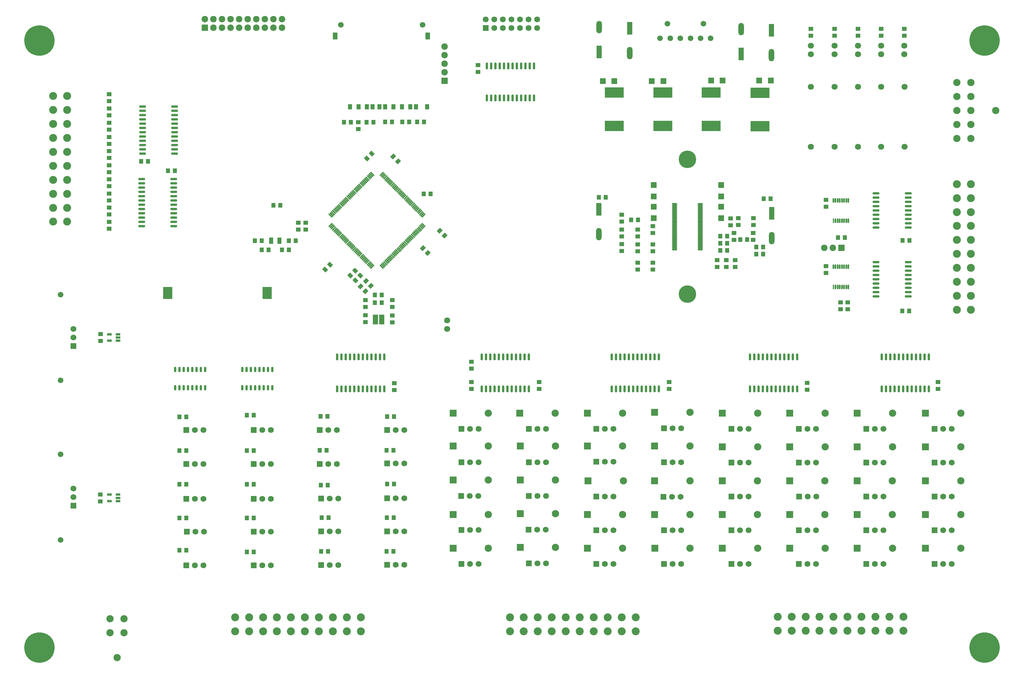
<source format=gbr>
%TF.GenerationSoftware,Altium Limited,Altium Designer,18.0.11 (651)*%
G04 Layer_Color=8388736*
%FSLAX26Y26*%
%MOIN*%
%TF.FileFunction,Soldermask,Top*%
%TF.Part,Single*%
G01*
G75*
%TA.AperFunction,SMDPad,CuDef*%
%ADD94R,0.045906X0.055906*%
%TA.AperFunction,ComponentPad*%
%ADD95C,0.067906*%
%ADD96R,0.067906X0.067906*%
%ADD97R,0.084646X0.084646*%
%ADD98C,0.084646*%
%ADD99R,0.068898X0.068898*%
%ADD100C,0.068898*%
%ADD101C,0.065906*%
%TA.AperFunction,ViaPad*%
%ADD102C,0.065906*%
%TA.AperFunction,ComponentPad*%
%ADD103C,0.075906*%
%ADD104R,0.075906X0.075906*%
%ADD105R,0.068898X0.068898*%
%ADD106C,0.070866*%
%ADD107C,0.070906*%
%TA.AperFunction,ViaPad*%
%ADD108C,0.204725*%
%ADD109C,0.354331*%
%TA.AperFunction,ComponentPad*%
%ADD110R,0.075906X0.075906*%
%ADD111C,0.092520*%
%ADD112C,0.005906*%
%TA.AperFunction,SMDPad,CuDef*%
%ADD130O,0.061024X0.017717*%
%ADD131O,0.029528X0.080709*%
%ADD132R,0.055906X0.045906*%
%ADD133R,0.055906X0.025906*%
G04:AMPARAMS|DCode=134|XSize=45.906mil|YSize=55.906mil|CornerRadius=0mil|HoleSize=0mil|Usage=FLASHONLY|Rotation=45.000|XOffset=0mil|YOffset=0mil|HoleType=Round|Shape=Rectangle|*
%AMROTATEDRECTD134*
4,1,4,0.003535,-0.035996,-0.035996,0.003535,-0.003535,0.035996,0.035996,-0.003535,0.003535,-0.035996,0.0*
%
%ADD134ROTATEDRECTD134*%

%ADD135R,0.108268X0.143701*%
%ADD136R,0.065906X0.065906*%
%ADD137R,0.065906X0.065906*%
%ADD138R,0.218504X0.120079*%
%ADD139R,0.064961X0.145906*%
%ADD140O,0.064961X0.145906*%
%ADD141R,0.064961X0.112205*%
%ADD142R,0.045276X0.076772*%
%ADD143O,0.080709X0.029528*%
%ADD144O,0.029528X0.062992*%
%ADD145R,0.045276X0.064961*%
%ADD146R,0.053150X0.084646*%
G04:AMPARAMS|DCode=147|XSize=45.906mil|YSize=55.906mil|CornerRadius=0mil|HoleSize=0mil|Usage=FLASHONLY|Rotation=315.000|XOffset=0mil|YOffset=0mil|HoleType=Round|Shape=Rectangle|*
%AMROTATEDRECTD147*
4,1,4,-0.035996,-0.003535,0.003535,0.035996,0.035996,0.003535,-0.003535,-0.035996,-0.035996,-0.003535,0.0*
%
%ADD147ROTATEDRECTD147*%

%ADD148O,0.017906X0.055906*%
%ADD149R,0.017906X0.055906*%
G04:AMPARAMS|DCode=150|XSize=17.717mil|YSize=62.992mil|CornerRadius=0mil|HoleSize=0mil|Usage=FLASHONLY|Rotation=45.000|XOffset=0mil|YOffset=0mil|HoleType=Round|Shape=Round|*
%AMOVALD150*
21,1,0.045276,0.017717,0.000000,0.000000,135.0*
1,1,0.017717,0.016007,-0.016007*
1,1,0.017717,-0.016007,0.016007*
%
%ADD150OVALD150*%

G04:AMPARAMS|DCode=151|XSize=17.717mil|YSize=62.992mil|CornerRadius=0mil|HoleSize=0mil|Usage=FLASHONLY|Rotation=135.000|XOffset=0mil|YOffset=0mil|HoleType=Round|Shape=Round|*
%AMOVALD151*
21,1,0.045276,0.017717,0.000000,0.000000,225.0*
1,1,0.017717,0.016007,0.016007*
1,1,0.017717,-0.016007,-0.016007*
%
%ADD151OVALD151*%

D94*
X3674095Y2291339D02*
D03*
X3754095D02*
D03*
X3679843Y1516929D02*
D03*
X3759843D02*
D03*
X4441902D02*
D03*
X4521902D02*
D03*
X4444213Y1910630D02*
D03*
X4524213D02*
D03*
X4448819Y2304134D02*
D03*
X4528819D02*
D03*
X4441902Y2698032D02*
D03*
X4521902D02*
D03*
X4448819Y3091732D02*
D03*
X4528819D02*
D03*
X3661417Y2698032D02*
D03*
X3741417D02*
D03*
X3673228Y3095669D02*
D03*
X3753228D02*
D03*
X2892835Y1511811D02*
D03*
X2812835D02*
D03*
X2892991Y1906299D02*
D03*
X2812991D02*
D03*
X2891535Y2300000D02*
D03*
X2811535D02*
D03*
X2892991Y2693701D02*
D03*
X2812991D02*
D03*
X2892991Y3107087D02*
D03*
X2812991D02*
D03*
X2105590Y1532283D02*
D03*
X2025590D02*
D03*
X2105590Y1906299D02*
D03*
X2025590D02*
D03*
X2105590Y2300000D02*
D03*
X2025590D02*
D03*
X2105590Y2693701D02*
D03*
X2025590D02*
D03*
X2104330Y3087401D02*
D03*
X2024330D02*
D03*
X3765039Y1909449D02*
D03*
X3685039D02*
D03*
X3121772Y5558071D02*
D03*
X3201772D02*
D03*
X9789528Y5181496D02*
D03*
X9709528D02*
D03*
X3065530Y5037338D02*
D03*
X2985530D02*
D03*
X3221593Y5037337D02*
D03*
X3301593D02*
D03*
X8415512Y5115158D02*
D03*
X8335512D02*
D03*
X8415512Y5032480D02*
D03*
X8335512D02*
D03*
X4209661Y6527862D02*
D03*
X4289661D02*
D03*
X4704740Y6529831D02*
D03*
X4624740D02*
D03*
X4800212D02*
D03*
X4880212D02*
D03*
X4024780Y6527862D02*
D03*
X3944780D02*
D03*
X10540472Y5146654D02*
D03*
X10460472D02*
D03*
X10540354Y4322835D02*
D03*
X10460354D02*
D03*
X1973425Y5962598D02*
D03*
X1893425D02*
D03*
X2986634Y5145606D02*
D03*
X2906634D02*
D03*
X3300491Y5145605D02*
D03*
X3380491D02*
D03*
X4305848Y4419652D02*
D03*
X4385848D02*
D03*
X4385945Y4511811D02*
D03*
X4305945D02*
D03*
X1578622Y6070866D02*
D03*
X1658622D02*
D03*
X8335512Y5197835D02*
D03*
X8415512D02*
D03*
X4876850Y5690945D02*
D03*
X4956850D02*
D03*
X8753819Y4989173D02*
D03*
X8833819D02*
D03*
X7297047Y5386811D02*
D03*
X7377047D02*
D03*
X8753819Y5071850D02*
D03*
X8833819D02*
D03*
X8647756Y5158465D02*
D03*
X8567756D02*
D03*
X8921260Y5635827D02*
D03*
X8841260D02*
D03*
X6919173Y5652559D02*
D03*
X6999173D02*
D03*
X4505039Y6529528D02*
D03*
X4425039D02*
D03*
D95*
X5697244Y7628346D02*
D03*
X5797244D02*
D03*
X5697244Y7728346D02*
D03*
X6197244Y7628346D02*
D03*
Y7728346D02*
D03*
X6097244Y7628346D02*
D03*
Y7728346D02*
D03*
X5997244Y7628346D02*
D03*
Y7728346D02*
D03*
X5897244Y7628346D02*
D03*
Y7728346D02*
D03*
X5797244D02*
D03*
X5597244D02*
D03*
D96*
Y7628346D02*
D03*
D97*
X10729134Y1555118D02*
D03*
Y1948819D02*
D03*
Y2342520D02*
D03*
Y2736220D02*
D03*
Y3129921D02*
D03*
X9933465Y1555118D02*
D03*
X9931890Y1948819D02*
D03*
Y2342520D02*
D03*
X9933465Y2736220D02*
D03*
Y3129921D02*
D03*
X9146063Y1555118D02*
D03*
X9144488Y1948819D02*
D03*
Y2342520D02*
D03*
X9146063Y2736220D02*
D03*
Y3129921D02*
D03*
X8358661Y1555118D02*
D03*
X8357087Y1948819D02*
D03*
Y2342520D02*
D03*
X8358661Y2736220D02*
D03*
Y3129921D02*
D03*
X7571260Y1555118D02*
D03*
X7569685Y1948819D02*
D03*
Y2342520D02*
D03*
Y2746063D02*
D03*
Y3139764D02*
D03*
X6783858Y1555118D02*
D03*
Y1948819D02*
D03*
X6792126Y2342520D02*
D03*
X6783858Y2746063D02*
D03*
Y3129921D02*
D03*
X6000787Y1564961D02*
D03*
Y1958661D02*
D03*
Y2352362D02*
D03*
Y2746063D02*
D03*
X5996457Y3129921D02*
D03*
X5217323Y1555118D02*
D03*
Y1948819D02*
D03*
Y2352362D02*
D03*
Y2746063D02*
D03*
Y3129921D02*
D03*
D98*
X11140945Y1555118D02*
D03*
Y1948819D02*
D03*
Y2342520D02*
D03*
Y2736220D02*
D03*
Y3129921D02*
D03*
X10345276Y1555118D02*
D03*
X10343701Y1948819D02*
D03*
Y2342520D02*
D03*
X10345276Y2736220D02*
D03*
Y3129921D02*
D03*
X9557874Y1555118D02*
D03*
X9556299Y1948819D02*
D03*
Y2342520D02*
D03*
X9557874Y2736220D02*
D03*
Y3129921D02*
D03*
X8770472Y1555118D02*
D03*
X8768898Y1948819D02*
D03*
Y2342520D02*
D03*
X8770472Y2736220D02*
D03*
Y3129921D02*
D03*
X7983071Y1555118D02*
D03*
X7981496Y1948819D02*
D03*
Y2342520D02*
D03*
Y2746063D02*
D03*
Y3139764D02*
D03*
X7195669Y1555118D02*
D03*
Y1948819D02*
D03*
X7203937Y2342520D02*
D03*
X7195669Y2746063D02*
D03*
Y3129921D02*
D03*
X6412598Y1564961D02*
D03*
Y1958661D02*
D03*
Y2352362D02*
D03*
Y2746063D02*
D03*
X6408268Y3129921D02*
D03*
X5629134Y1555118D02*
D03*
Y1948819D02*
D03*
Y2352362D02*
D03*
Y2746063D02*
D03*
Y3129921D02*
D03*
X11548819Y6664567D02*
D03*
X11259843Y6990551D02*
D03*
Y6827559D02*
D03*
Y6664567D02*
D03*
Y6501575D02*
D03*
Y6338583D02*
D03*
X11096850D02*
D03*
Y6990551D02*
D03*
Y6827559D02*
D03*
Y6664567D02*
D03*
Y6501575D02*
D03*
X1214961Y730693D02*
D03*
X1377953D02*
D03*
Y567701D02*
D03*
X1214961D02*
D03*
X1298425Y278724D02*
D03*
D99*
X10039370Y1371653D02*
D03*
Y1765354D02*
D03*
Y2159055D02*
D03*
Y2552756D02*
D03*
Y2946456D02*
D03*
X8464567Y1371653D02*
D03*
Y1765354D02*
D03*
Y2159055D02*
D03*
Y2552756D02*
D03*
X6889764Y1371653D02*
D03*
Y1765354D02*
D03*
X6888189Y2159055D02*
D03*
X6889764Y2564961D02*
D03*
X6888189Y2946456D02*
D03*
X5314961Y1371653D02*
D03*
Y1768504D02*
D03*
X5313386Y2165354D02*
D03*
X5314961Y2559055D02*
D03*
Y2946456D02*
D03*
X4449213Y1362599D02*
D03*
Y1751575D02*
D03*
Y2137008D02*
D03*
Y2545351D02*
D03*
X3677871Y1356299D02*
D03*
Y1750000D02*
D03*
Y2133859D02*
D03*
X3660631Y2537402D02*
D03*
X3661812Y2934252D02*
D03*
X4449213D02*
D03*
X7677165Y2952756D02*
D03*
Y2559055D02*
D03*
X7672366Y2155512D02*
D03*
X7677165Y1765354D02*
D03*
Y1371653D02*
D03*
X6100787Y2946456D02*
D03*
X6102362Y2559055D02*
D03*
Y2165354D02*
D03*
X6097562Y1771654D02*
D03*
X6102362Y1377953D02*
D03*
X10835039Y2946456D02*
D03*
Y2552756D02*
D03*
Y2159055D02*
D03*
Y1765354D02*
D03*
Y1371653D02*
D03*
X9251969Y2946456D02*
D03*
Y2552756D02*
D03*
X9255118Y2159055D02*
D03*
X9251969Y1765354D02*
D03*
Y1371653D02*
D03*
X8464567Y2946456D02*
D03*
X2892126Y2933071D02*
D03*
Y2536220D02*
D03*
Y2132677D02*
D03*
Y1748819D02*
D03*
Y1355118D02*
D03*
X2104724Y2933071D02*
D03*
Y2536220D02*
D03*
Y2132677D02*
D03*
X2113469Y1748819D02*
D03*
X2104724Y1355118D02*
D03*
D100*
X10139370Y1371653D02*
D03*
X10239370D02*
D03*
X10139370Y1765354D02*
D03*
X10239370D02*
D03*
X10139370Y2159055D02*
D03*
X10239370D02*
D03*
X10139370Y2552756D02*
D03*
X10239370D02*
D03*
X10139370Y2946456D02*
D03*
X10239370D02*
D03*
X8564567Y1371653D02*
D03*
X8664567D02*
D03*
X8564567Y1765354D02*
D03*
X8664567D02*
D03*
X8564567Y2159055D02*
D03*
X8664567D02*
D03*
X8564567Y2552756D02*
D03*
X8664567D02*
D03*
X6989764Y1371653D02*
D03*
X7089764D02*
D03*
X6989764Y1765354D02*
D03*
X7089764D02*
D03*
X6988189Y2159055D02*
D03*
X7088189D02*
D03*
X6989764Y2564961D02*
D03*
X7089764D02*
D03*
X6988189Y2946456D02*
D03*
X7088189D02*
D03*
X5414961Y1371653D02*
D03*
X5514961D02*
D03*
X5414961Y1768504D02*
D03*
X5514961D02*
D03*
X5413386Y2165354D02*
D03*
X5513386D02*
D03*
X5414961Y2559055D02*
D03*
X5514961D02*
D03*
X5414961Y2946456D02*
D03*
X5514961D02*
D03*
X4549213Y1362599D02*
D03*
X4649213D02*
D03*
X4549213Y1751575D02*
D03*
X4649213D02*
D03*
X4549213Y2137008D02*
D03*
X4649213D02*
D03*
X4549213Y2545351D02*
D03*
X4649213D02*
D03*
X3777871Y1356299D02*
D03*
X3877871D02*
D03*
X3777871Y1750000D02*
D03*
X3877871D02*
D03*
X3777871Y2133859D02*
D03*
X3877871D02*
D03*
X3760631Y2537402D02*
D03*
X3860631D02*
D03*
X3761812Y2934252D02*
D03*
X3861812D02*
D03*
X787402Y4114173D02*
D03*
Y4014173D02*
D03*
X4549213Y2934252D02*
D03*
X4649213D02*
D03*
X7877165Y2952756D02*
D03*
X7777165D02*
D03*
X7877165Y2559055D02*
D03*
X7777165D02*
D03*
X7872366Y2155512D02*
D03*
X7772366D02*
D03*
X7877165Y1765354D02*
D03*
X7777165D02*
D03*
X7877165Y1371653D02*
D03*
X7777165D02*
D03*
X6300787Y2946456D02*
D03*
X6200787D02*
D03*
X6302362Y2559055D02*
D03*
X6202362D02*
D03*
X6302362Y2165354D02*
D03*
X6202362D02*
D03*
X6297562Y1771654D02*
D03*
X6197562D02*
D03*
X6302362Y1377953D02*
D03*
X6202362D02*
D03*
X11035039Y2946456D02*
D03*
X10935039D02*
D03*
X11035039Y2552756D02*
D03*
X10935039D02*
D03*
X11035039Y2159055D02*
D03*
X10935039D02*
D03*
X11035039Y1765354D02*
D03*
X10935039D02*
D03*
X11035039Y1371653D02*
D03*
X10935039D02*
D03*
X9451969Y2946456D02*
D03*
X9351969D02*
D03*
X9451969Y2552756D02*
D03*
X9351969D02*
D03*
X9455118Y2159055D02*
D03*
X9355118D02*
D03*
X9451969Y1765354D02*
D03*
X9351969D02*
D03*
X9451969Y1371653D02*
D03*
X9351969D02*
D03*
X8664567Y2946456D02*
D03*
X8564567D02*
D03*
X787402Y2252363D02*
D03*
Y2152363D02*
D03*
X3092126Y2933071D02*
D03*
X2992126D02*
D03*
X3092126Y2536220D02*
D03*
X2992126D02*
D03*
X3092126Y2132677D02*
D03*
X2992126D02*
D03*
X3092126Y1748819D02*
D03*
X2992126D02*
D03*
X3092126Y1355118D02*
D03*
X2992126D02*
D03*
X2304724Y2933071D02*
D03*
X2204724D02*
D03*
X2304724Y2536220D02*
D03*
X2204724D02*
D03*
X2304724Y2132677D02*
D03*
X2204724D02*
D03*
X2313469Y1748819D02*
D03*
X2213469D02*
D03*
X2304724Y1355118D02*
D03*
X2204724D02*
D03*
D101*
X7717520Y7677953D02*
D03*
X8138779D02*
D03*
X8223425Y7507874D02*
D03*
X8105315D02*
D03*
X7987205D02*
D03*
X7632874D02*
D03*
X7750984D02*
D03*
X7869095D02*
D03*
X3909449Y7665354D02*
D03*
X4862205D02*
D03*
D102*
X637795Y3514173D02*
D03*
Y4514173D02*
D03*
Y1652362D02*
D03*
Y2652362D02*
D03*
D103*
X9548031Y5061023D02*
D03*
X9648031Y5061023D02*
D03*
X5118110Y7409449D02*
D03*
X5118110Y7309449D02*
D03*
X5118110Y7109449D02*
D03*
X5118110Y7209449D02*
D03*
X2820670Y7629921D02*
D03*
X3220670Y7729921D02*
D03*
Y7629921D02*
D03*
X3120670Y7729921D02*
D03*
Y7629921D02*
D03*
X3020670Y7729921D02*
D03*
Y7629921D02*
D03*
X2920670Y7729921D02*
D03*
Y7629921D02*
D03*
X2820670Y7729921D02*
D03*
X2520669Y7729921D02*
D03*
X2420669Y7729921D02*
D03*
X2420669Y7629922D02*
D03*
X2520669Y7629921D02*
D03*
X2620670Y7629922D02*
D03*
X2720669Y7729922D02*
D03*
X2720670Y7629922D02*
D03*
X2320670Y7729922D02*
D03*
X2620670Y7729922D02*
D03*
D104*
X9748031Y5061024D02*
D03*
D105*
X787402Y3914173D02*
D03*
Y2052363D02*
D03*
D106*
X10485748Y6942205D02*
D03*
Y6242205D02*
D03*
X10212008Y6942205D02*
D03*
Y6242205D02*
D03*
X9943314Y6941682D02*
D03*
Y6241682D02*
D03*
X9667723Y6941682D02*
D03*
Y6241682D02*
D03*
X9392132Y6941682D02*
D03*
Y6241682D02*
D03*
D107*
X5147638Y4114173D02*
D03*
Y4214173D02*
D03*
X10483077Y7421260D02*
D03*
Y7321260D02*
D03*
X10212014Y7421260D02*
D03*
Y7321260D02*
D03*
X9943314Y7421260D02*
D03*
Y7321260D02*
D03*
X9667723Y7421260D02*
D03*
Y7321260D02*
D03*
X9392132Y7421260D02*
D03*
Y7321260D02*
D03*
D108*
X7952756Y6094488D02*
D03*
Y4519685D02*
D03*
D109*
X11417323Y393701D02*
D03*
Y7480315D02*
D03*
X393701D02*
D03*
Y393701D02*
D03*
D110*
X5118111Y7009449D02*
D03*
X2320670Y7629921D02*
D03*
D111*
X551181Y5366142D02*
D03*
Y5529134D02*
D03*
Y6181102D02*
D03*
Y6018110D02*
D03*
Y5692126D02*
D03*
Y5855118D02*
D03*
Y6507087D02*
D03*
Y6344095D02*
D03*
Y6670079D02*
D03*
Y6833071D02*
D03*
X714173D02*
D03*
Y6670079D02*
D03*
Y6344095D02*
D03*
Y6507087D02*
D03*
Y5855118D02*
D03*
Y5692126D02*
D03*
Y6018110D02*
D03*
Y6181102D02*
D03*
Y5529134D02*
D03*
Y5366142D02*
D03*
X11259843Y5805118D02*
D03*
Y5642126D02*
D03*
Y4990158D02*
D03*
Y5153150D02*
D03*
Y5479134D02*
D03*
Y5316142D02*
D03*
Y4664173D02*
D03*
Y4827166D02*
D03*
Y4501181D02*
D03*
Y4338189D02*
D03*
X11096850D02*
D03*
Y4501181D02*
D03*
Y4827166D02*
D03*
Y4664173D02*
D03*
Y5316142D02*
D03*
Y5479134D02*
D03*
Y5153150D02*
D03*
Y4990158D02*
D03*
Y5642126D02*
D03*
Y5805118D02*
D03*
X7347638Y585039D02*
D03*
X7184646D02*
D03*
X6532677D02*
D03*
X6695669D02*
D03*
X7021654D02*
D03*
X6858661D02*
D03*
X6206693D02*
D03*
X6369685D02*
D03*
X6043701D02*
D03*
X5880709D02*
D03*
Y748032D02*
D03*
X6043701D02*
D03*
X6369685D02*
D03*
X6206693D02*
D03*
X6858661D02*
D03*
X7021654D02*
D03*
X6695669D02*
D03*
X6532677D02*
D03*
X7184646D02*
D03*
X7347638D02*
D03*
X10471654Y590551D02*
D03*
X10308661D02*
D03*
X9656693D02*
D03*
X9819685D02*
D03*
X10145669D02*
D03*
X9982677D02*
D03*
X9330709D02*
D03*
X9493701D02*
D03*
X9167717D02*
D03*
X9004724D02*
D03*
Y753543D02*
D03*
X9167717D02*
D03*
X9493701D02*
D03*
X9330709D02*
D03*
X9982677D02*
D03*
X10145669D02*
D03*
X9819685D02*
D03*
X9656693D02*
D03*
X10308661D02*
D03*
X10471654D02*
D03*
X4141340Y585039D02*
D03*
X3978348D02*
D03*
X3326379D02*
D03*
X3489371D02*
D03*
X3815356D02*
D03*
X3652363D02*
D03*
X3000395D02*
D03*
X3163387D02*
D03*
X2837403D02*
D03*
X2674411D02*
D03*
Y748032D02*
D03*
X2837403D02*
D03*
X3163387D02*
D03*
X3000395D02*
D03*
X3652363D02*
D03*
X3815356D02*
D03*
X3489371D02*
D03*
X3326379D02*
D03*
X3978348D02*
D03*
X4141340D02*
D03*
D112*
X262205Y6507087D02*
D03*
Y5692126D02*
D03*
X11548819Y4664173D02*
D03*
Y5479134D02*
D03*
X6206693Y296063D02*
D03*
X7021654D02*
D03*
X9330709Y301575D02*
D03*
X10145669D02*
D03*
X3000395Y296063D02*
D03*
X3815356D02*
D03*
D130*
X8102362Y5041339D02*
D03*
Y5061024D02*
D03*
Y5080709D02*
D03*
Y5100394D02*
D03*
Y5120079D02*
D03*
Y5139764D02*
D03*
Y5159449D02*
D03*
Y5179134D02*
D03*
Y5198819D02*
D03*
Y5218504D02*
D03*
Y5238189D02*
D03*
Y5257874D02*
D03*
Y5277559D02*
D03*
Y5297244D02*
D03*
Y5316929D02*
D03*
Y5336614D02*
D03*
Y5356299D02*
D03*
Y5375984D02*
D03*
Y5395669D02*
D03*
Y5415354D02*
D03*
Y5435039D02*
D03*
Y5454724D02*
D03*
Y5474409D02*
D03*
Y5494095D02*
D03*
Y5513779D02*
D03*
Y5533465D02*
D03*
Y5553150D02*
D03*
Y5572835D02*
D03*
X7803150Y5041339D02*
D03*
Y5061024D02*
D03*
Y5080709D02*
D03*
Y5100394D02*
D03*
Y5120079D02*
D03*
Y5139764D02*
D03*
Y5159449D02*
D03*
Y5179134D02*
D03*
Y5198819D02*
D03*
Y5218504D02*
D03*
Y5238189D02*
D03*
Y5257874D02*
D03*
Y5277559D02*
D03*
Y5297244D02*
D03*
Y5316929D02*
D03*
Y5336614D02*
D03*
Y5356299D02*
D03*
Y5375984D02*
D03*
Y5395669D02*
D03*
Y5415354D02*
D03*
Y5435039D02*
D03*
Y5454724D02*
D03*
Y5474409D02*
D03*
Y5494095D02*
D03*
Y5513779D02*
D03*
Y5533465D02*
D03*
Y5553150D02*
D03*
Y5572835D02*
D03*
D131*
X6162795Y7184055D02*
D03*
X6112795D02*
D03*
X6062795D02*
D03*
X6012795D02*
D03*
X5962795D02*
D03*
X5912795D02*
D03*
X5862795D02*
D03*
X5812795D02*
D03*
X5762795D02*
D03*
X5712795D02*
D03*
X5662795D02*
D03*
X5612795D02*
D03*
X6162795Y6810039D02*
D03*
X6112795D02*
D03*
X6062795D02*
D03*
X6012795D02*
D03*
X5962795D02*
D03*
X5912795D02*
D03*
X5862795D02*
D03*
X5812795D02*
D03*
X5762795D02*
D03*
X5712795D02*
D03*
X5662795D02*
D03*
X5612795D02*
D03*
X7069882Y3415354D02*
D03*
X7119882D02*
D03*
X7169882D02*
D03*
X7219882D02*
D03*
X7269882D02*
D03*
X7319882D02*
D03*
X7369882D02*
D03*
X7419882D02*
D03*
X7469882D02*
D03*
X7519882D02*
D03*
X7569882D02*
D03*
X7619882D02*
D03*
X7069882Y3789370D02*
D03*
X7119882D02*
D03*
X7169882D02*
D03*
X7219882D02*
D03*
X7269882D02*
D03*
X7319882D02*
D03*
X7369882D02*
D03*
X7419882D02*
D03*
X7469882D02*
D03*
X7519882D02*
D03*
X7569882D02*
D03*
X7619882D02*
D03*
X5551772Y3415354D02*
D03*
X5601772D02*
D03*
X5651772D02*
D03*
X5701772D02*
D03*
X5751772D02*
D03*
X5801772D02*
D03*
X5851772D02*
D03*
X5901772D02*
D03*
X5951772D02*
D03*
X6001772D02*
D03*
X6051772D02*
D03*
X6101772D02*
D03*
X5551772Y3789370D02*
D03*
X5601772D02*
D03*
X5651772D02*
D03*
X5701772D02*
D03*
X5751772D02*
D03*
X5801772D02*
D03*
X5851772D02*
D03*
X5901772D02*
D03*
X5951772D02*
D03*
X6001772D02*
D03*
X6051772D02*
D03*
X6101772D02*
D03*
X10217126Y3415354D02*
D03*
X10267126D02*
D03*
X10317126D02*
D03*
X10367126D02*
D03*
X10417126D02*
D03*
X10467126D02*
D03*
X10517126D02*
D03*
X10567126D02*
D03*
X10617126D02*
D03*
X10667126D02*
D03*
X10717126D02*
D03*
X10767126D02*
D03*
X10217126Y3789370D02*
D03*
X10267126D02*
D03*
X10317126D02*
D03*
X10367126D02*
D03*
X10417126D02*
D03*
X10467126D02*
D03*
X10517126D02*
D03*
X10567126D02*
D03*
X10617126D02*
D03*
X10667126D02*
D03*
X10717126D02*
D03*
X10767126D02*
D03*
X8681693Y3415354D02*
D03*
X8731693D02*
D03*
X8781693D02*
D03*
X8831693D02*
D03*
X8881693D02*
D03*
X8931693D02*
D03*
X8981693D02*
D03*
X9031693D02*
D03*
X9081693D02*
D03*
X9131693D02*
D03*
X9181693D02*
D03*
X9231693D02*
D03*
X8681693Y3789370D02*
D03*
X8731693D02*
D03*
X8781693D02*
D03*
X8831693D02*
D03*
X8881693D02*
D03*
X8931693D02*
D03*
X8981693D02*
D03*
X9031693D02*
D03*
X9081693D02*
D03*
X9131693D02*
D03*
X9181693D02*
D03*
X9231693D02*
D03*
X3867054Y3415354D02*
D03*
X3917054D02*
D03*
X3967054D02*
D03*
X4017054D02*
D03*
X4067054D02*
D03*
X4117054D02*
D03*
X4167054D02*
D03*
X4217054D02*
D03*
X4267054D02*
D03*
X4317054D02*
D03*
X4367054D02*
D03*
X4417054D02*
D03*
X3867054Y3789370D02*
D03*
X3917054D02*
D03*
X3967054D02*
D03*
X4017054D02*
D03*
X4067054D02*
D03*
X4117054D02*
D03*
X4167054D02*
D03*
X4217054D02*
D03*
X4267054D02*
D03*
X4317054D02*
D03*
X4367054D02*
D03*
X4417054D02*
D03*
D132*
X5508858Y7195000D02*
D03*
Y7115000D02*
D03*
X1103150Y2102048D02*
D03*
Y2182048D02*
D03*
X1106020Y3974803D02*
D03*
Y4054803D02*
D03*
X5433071Y3730472D02*
D03*
Y3650472D02*
D03*
X10483077Y7536535D02*
D03*
Y7616535D02*
D03*
X9740158Y4425701D02*
D03*
Y4345701D02*
D03*
X9821851Y4425583D02*
D03*
Y4345583D02*
D03*
X1204445Y5285303D02*
D03*
Y5365303D02*
D03*
Y5450658D02*
D03*
Y5530658D02*
D03*
Y5615422D02*
D03*
Y5695422D02*
D03*
Y5780423D02*
D03*
Y5860423D02*
D03*
Y5945423D02*
D03*
Y6025423D02*
D03*
Y6111367D02*
D03*
Y6191367D02*
D03*
Y6275423D02*
D03*
Y6355423D02*
D03*
Y6440422D02*
D03*
Y6520422D02*
D03*
Y6606367D02*
D03*
Y6686367D02*
D03*
Y6774361D02*
D03*
Y6854361D02*
D03*
X4507738Y4369455D02*
D03*
Y4449455D02*
D03*
X4193762Y4370279D02*
D03*
Y4450279D02*
D03*
X7372047Y4886968D02*
D03*
Y4806968D02*
D03*
X7549213Y4887953D02*
D03*
Y4807953D02*
D03*
X5433071Y3495354D02*
D03*
Y3415354D02*
D03*
X3497295Y5354165D02*
D03*
Y5274165D02*
D03*
X3413634Y5273024D02*
D03*
Y5353024D02*
D03*
X8299213Y4916221D02*
D03*
Y4836221D02*
D03*
X7372047Y5194882D02*
D03*
Y5274882D02*
D03*
X8722568Y5406860D02*
D03*
Y5326860D02*
D03*
X8495154Y5153140D02*
D03*
Y5233140D02*
D03*
X10212014Y7536535D02*
D03*
Y7616535D02*
D03*
X9943314Y7538110D02*
D03*
Y7618110D02*
D03*
X9667723Y7538110D02*
D03*
Y7618110D02*
D03*
X9391540Y7536535D02*
D03*
Y7616535D02*
D03*
X4112220Y6527862D02*
D03*
Y6447862D02*
D03*
X9569882Y4767441D02*
D03*
Y4847441D02*
D03*
Y5541346D02*
D03*
Y5621346D02*
D03*
X7185039Y5274882D02*
D03*
Y5194882D02*
D03*
X4507739Y4192446D02*
D03*
Y4272446D02*
D03*
X4193762Y4193270D02*
D03*
Y4273270D02*
D03*
X7185039Y5104331D02*
D03*
Y5024331D02*
D03*
X7186024Y5367992D02*
D03*
Y5447992D02*
D03*
X6220472Y3415354D02*
D03*
Y3495354D02*
D03*
X7740158Y3414252D02*
D03*
Y3494252D02*
D03*
X9350394Y3404252D02*
D03*
Y3484252D02*
D03*
X10875984Y3414095D02*
D03*
Y3494095D02*
D03*
X4531424Y3402441D02*
D03*
Y3482441D02*
D03*
X8719488Y5153150D02*
D03*
Y5233150D02*
D03*
X8508760Y4836221D02*
D03*
Y4916221D02*
D03*
X8405512Y4836221D02*
D03*
Y4916221D02*
D03*
X7549213Y5235118D02*
D03*
Y5315118D02*
D03*
X7372047Y5099528D02*
D03*
Y5019528D02*
D03*
X7549213Y5099528D02*
D03*
Y5019528D02*
D03*
X8545357Y5406801D02*
D03*
Y5326801D02*
D03*
X8453822Y5325817D02*
D03*
Y5405817D02*
D03*
D133*
X1209843Y2105021D02*
D03*
X1309843Y2142021D02*
D03*
X1309843Y2180021D02*
D03*
Y2105021D02*
D03*
X1209843Y2180021D02*
D03*
X1209843Y3977173D02*
D03*
X1309843Y4014173D02*
D03*
X1309842Y4052173D02*
D03*
Y3977173D02*
D03*
X1209843Y4052173D02*
D03*
D134*
X3724228Y4807890D02*
D03*
X3780797Y4864458D02*
D03*
X4135472Y4736239D02*
D03*
X4078903Y4679670D02*
D03*
X4076417Y4795294D02*
D03*
X4019848Y4738725D02*
D03*
X4213298Y6104046D02*
D03*
X4269866Y6160614D02*
D03*
D135*
X3047244Y4533465D02*
D03*
X1889764D02*
D03*
D136*
X8363346Y7014764D02*
D03*
X8228346D02*
D03*
X8924370D02*
D03*
X8789370D02*
D03*
X7535433Y7007874D02*
D03*
X7670433D02*
D03*
X6964409Y7006890D02*
D03*
X7099409D02*
D03*
D137*
X8346457Y5406346D02*
D03*
Y5541346D02*
D03*
Y5660369D02*
D03*
Y5795369D02*
D03*
X7559055Y5406346D02*
D03*
Y5541346D02*
D03*
Y5660370D02*
D03*
Y5795370D02*
D03*
D138*
X8228346Y6483268D02*
D03*
Y6875000D02*
D03*
X8799213Y6872047D02*
D03*
Y6480315D02*
D03*
X7664764Y6483268D02*
D03*
Y6875000D02*
D03*
X7098228Y6875000D02*
D03*
Y6483268D02*
D03*
D139*
X8932087Y7601614D02*
D03*
X8937008Y5463819D02*
D03*
X7279528Y7625236D02*
D03*
X6922244Y7348228D02*
D03*
X8578740Y7324724D02*
D03*
X6919291Y5512047D02*
D03*
D140*
X8932087Y7311614D02*
D03*
X8937008Y5173819D02*
D03*
X7279528Y7335236D02*
D03*
X6922244Y7638228D02*
D03*
X8578740Y7614724D02*
D03*
X6919291Y5222047D02*
D03*
D141*
X4386675Y4224770D02*
D03*
X4311872D02*
D03*
D142*
X3193326Y5145605D02*
D03*
X3094901D02*
D03*
D143*
X10153545Y4895276D02*
D03*
Y4845276D02*
D03*
Y4795276D02*
D03*
Y4745276D02*
D03*
Y4695276D02*
D03*
Y4645276D02*
D03*
Y4595276D02*
D03*
Y4545276D02*
D03*
Y4495276D02*
D03*
X10527560Y4895276D02*
D03*
Y4845276D02*
D03*
Y4795276D02*
D03*
Y4745276D02*
D03*
Y4695276D02*
D03*
Y4645276D02*
D03*
Y4595276D02*
D03*
Y4545276D02*
D03*
Y4495276D02*
D03*
X10153545Y5699016D02*
D03*
Y5649016D02*
D03*
Y5599016D02*
D03*
Y5549016D02*
D03*
Y5499016D02*
D03*
Y5449016D02*
D03*
Y5399016D02*
D03*
Y5349016D02*
D03*
Y5299016D02*
D03*
X10527561Y5699016D02*
D03*
Y5649016D02*
D03*
Y5599016D02*
D03*
Y5549016D02*
D03*
Y5499016D02*
D03*
Y5449016D02*
D03*
Y5399016D02*
D03*
Y5349016D02*
D03*
Y5299016D02*
D03*
X1958661Y5315551D02*
D03*
Y5365551D02*
D03*
Y5415551D02*
D03*
Y5465551D02*
D03*
Y5515551D02*
D03*
Y5565551D02*
D03*
Y5615551D02*
D03*
Y5665551D02*
D03*
Y5715551D02*
D03*
Y5765551D02*
D03*
Y5815551D02*
D03*
Y5865551D02*
D03*
X1584646Y5315551D02*
D03*
Y5365551D02*
D03*
Y5415551D02*
D03*
Y5465551D02*
D03*
Y5515551D02*
D03*
Y5565551D02*
D03*
Y5615551D02*
D03*
Y5665551D02*
D03*
Y5715551D02*
D03*
Y5765551D02*
D03*
Y5815551D02*
D03*
Y5865551D02*
D03*
X1594488Y6710630D02*
D03*
Y6660630D02*
D03*
Y6610630D02*
D03*
Y6560630D02*
D03*
Y6510630D02*
D03*
Y6460630D02*
D03*
Y6410630D02*
D03*
Y6360630D02*
D03*
Y6310630D02*
D03*
Y6260630D02*
D03*
Y6210630D02*
D03*
Y6160630D02*
D03*
X1968504Y6710630D02*
D03*
Y6660630D02*
D03*
Y6610630D02*
D03*
Y6560630D02*
D03*
Y6510630D02*
D03*
Y6460630D02*
D03*
Y6410630D02*
D03*
Y6360630D02*
D03*
Y6310630D02*
D03*
Y6260630D02*
D03*
Y6210630D02*
D03*
Y6160630D02*
D03*
D144*
X2324606Y3642717D02*
D03*
X2274606D02*
D03*
X2224606D02*
D03*
X2174606D02*
D03*
X2124606D02*
D03*
X2074606D02*
D03*
X2024606D02*
D03*
X1974606D02*
D03*
X2324606Y3428150D02*
D03*
X2274606D02*
D03*
X2224606D02*
D03*
X2174606D02*
D03*
X2124606D02*
D03*
X2074606D02*
D03*
X2024606D02*
D03*
X1974606D02*
D03*
X3110040Y3642717D02*
D03*
X3060040D02*
D03*
X3010040D02*
D03*
X2960040D02*
D03*
X2910040D02*
D03*
X2860040D02*
D03*
X2810040D02*
D03*
X2760040D02*
D03*
X3110040Y3428150D02*
D03*
X3060040D02*
D03*
X3010040D02*
D03*
X2960040D02*
D03*
X2910040D02*
D03*
X2860040D02*
D03*
X2810040D02*
D03*
X2760040D02*
D03*
D145*
X4916535Y6708268D02*
D03*
X4784646D02*
D03*
X4717717D02*
D03*
X4622047D02*
D03*
X4523622D02*
D03*
X4425197D02*
D03*
X4360236D02*
D03*
X4279528D02*
D03*
X4212598D02*
D03*
X4114173D02*
D03*
X4015748D02*
D03*
D146*
X3842520Y7535433D02*
D03*
X4921260D02*
D03*
D147*
X4139642Y4612404D02*
D03*
X4196211Y4555836D02*
D03*
X4201132Y4675914D02*
D03*
X4257700Y4619346D02*
D03*
X5061723Y5262096D02*
D03*
X5118292Y5205527D02*
D03*
X4575088Y6072550D02*
D03*
X4518520Y6129118D02*
D03*
X4866142Y5057087D02*
D03*
X4922710Y5000518D02*
D03*
D148*
X9829527Y4841764D02*
D03*
X9804527D02*
D03*
X9779527D02*
D03*
X9754527D02*
D03*
X9729527D02*
D03*
X9704527D02*
D03*
X9679527D02*
D03*
X9654527D02*
D03*
X9829527Y4604764D02*
D03*
X9804527D02*
D03*
X9779527D02*
D03*
X9754527D02*
D03*
X9729527D02*
D03*
X9704527D02*
D03*
X9679527D02*
D03*
X9829528Y5615347D02*
D03*
X9804528D02*
D03*
X9779528D02*
D03*
X9754528D02*
D03*
X9729528D02*
D03*
X9704528D02*
D03*
X9679528D02*
D03*
X9654528D02*
D03*
X9829528Y5378347D02*
D03*
X9804528D02*
D03*
X9779528D02*
D03*
X9754528D02*
D03*
X9729528D02*
D03*
X9704528D02*
D03*
X9679528D02*
D03*
D149*
X9654527Y4604764D02*
D03*
X9654528Y5378347D02*
D03*
D150*
X3788547Y5437659D02*
D03*
X3802466Y5451578D02*
D03*
X3816386Y5465498D02*
D03*
X3830306Y5479417D02*
D03*
X3844225Y5493337D02*
D03*
X3858144Y5507256D02*
D03*
X3872064Y5521175D02*
D03*
X3885983Y5535095D02*
D03*
X3899903Y5549014D02*
D03*
X3913822Y5562934D02*
D03*
X3927741Y5576853D02*
D03*
X3941661Y5590773D02*
D03*
X3955580Y5604692D02*
D03*
X3969500Y5618611D02*
D03*
X3983419Y5632531D02*
D03*
X3997338Y5646450D02*
D03*
X4011258Y5660369D02*
D03*
X4025177Y5674289D02*
D03*
X4039097Y5688208D02*
D03*
X4053016Y5702128D02*
D03*
X4066936Y5716047D02*
D03*
X4080855Y5729967D02*
D03*
X4094774Y5743886D02*
D03*
X4108694Y5757806D02*
D03*
X4122613Y5771725D02*
D03*
X4136533Y5785645D02*
D03*
X4150452Y5799564D02*
D03*
X4164372Y5813483D02*
D03*
X4178291Y5827403D02*
D03*
X4192210Y5841322D02*
D03*
X4206130Y5855242D02*
D03*
X4220049Y5869161D02*
D03*
X4233969Y5883081D02*
D03*
X4247888Y5897000D02*
D03*
X4261808Y5910919D02*
D03*
X4275727Y5924839D02*
D03*
X4872870Y5327695D02*
D03*
X4858951Y5313776D02*
D03*
X4845031Y5299856D02*
D03*
X4831112Y5285937D02*
D03*
X4817192Y5272018D02*
D03*
X4803273Y5258098D02*
D03*
X4789353Y5244179D02*
D03*
X4775434Y5230259D02*
D03*
X4761515Y5216340D02*
D03*
X4747596Y5202421D02*
D03*
X4733676Y5188501D02*
D03*
X4719757Y5174582D02*
D03*
X4705837Y5160662D02*
D03*
X4691918Y5146743D02*
D03*
X4677998Y5132823D02*
D03*
X4664079Y5118904D02*
D03*
X4650159Y5104984D02*
D03*
X4636240Y5091065D02*
D03*
X4622321Y5077146D02*
D03*
X4608401Y5063226D02*
D03*
X4594482Y5049307D02*
D03*
X4580562Y5035388D02*
D03*
X4566643Y5021468D02*
D03*
X4552724Y5007548D02*
D03*
X4538804Y4993629D02*
D03*
X4524885Y4979710D02*
D03*
X4510965Y4965790D02*
D03*
X4497046Y4951871D02*
D03*
X4483126Y4937952D02*
D03*
X4469207Y4924032D02*
D03*
X4455288Y4910113D02*
D03*
X4441368Y4896193D02*
D03*
X4427449Y4882274D02*
D03*
X4413529Y4868354D02*
D03*
X4399610Y4854435D02*
D03*
X4385690Y4840515D02*
D03*
D151*
X4385690Y5924839D02*
D03*
X4399610Y5910919D02*
D03*
X4413529Y5897000D02*
D03*
X4427449Y5883080D02*
D03*
X4441368Y5869161D02*
D03*
X4455288Y5855242D02*
D03*
X4469207Y5841322D02*
D03*
X4483126Y5827403D02*
D03*
X4497046Y5813483D02*
D03*
X4510965Y5799564D02*
D03*
X4524885Y5785645D02*
D03*
X4538804Y5771725D02*
D03*
X4552723Y5757806D02*
D03*
X4566643Y5743886D02*
D03*
X4580562Y5729967D02*
D03*
X4594482Y5716047D02*
D03*
X4608401Y5702128D02*
D03*
X4622321Y5688208D02*
D03*
X4636240Y5674289D02*
D03*
X4650159Y5660369D02*
D03*
X4664079Y5646450D02*
D03*
X4677998Y5632531D02*
D03*
X4691918Y5618611D02*
D03*
X4705837Y5604692D02*
D03*
X4719757Y5590773D02*
D03*
X4733676Y5576853D02*
D03*
X4747596Y5562934D02*
D03*
X4761515Y5549014D02*
D03*
X4775434Y5535095D02*
D03*
X4789354Y5521175D02*
D03*
X4803273Y5507256D02*
D03*
X4817193Y5493337D02*
D03*
X4831112Y5479417D02*
D03*
X4845031Y5465498D02*
D03*
X4858951Y5451578D02*
D03*
X4872870Y5437659D02*
D03*
X4275727Y4840516D02*
D03*
X4261807Y4854435D02*
D03*
X4247888Y4868354D02*
D03*
X4233969Y4882274D02*
D03*
X4220049Y4896193D02*
D03*
X4206130Y4910113D02*
D03*
X4192211Y4924032D02*
D03*
X4178291Y4937952D02*
D03*
X4164372Y4951871D02*
D03*
X4150452Y4965790D02*
D03*
X4136533Y4979710D02*
D03*
X4122613Y4993629D02*
D03*
X4108694Y5007549D02*
D03*
X4094774Y5021468D02*
D03*
X4080855Y5035388D02*
D03*
X4066936Y5049307D02*
D03*
X4053016Y5063226D02*
D03*
X4039097Y5077146D02*
D03*
X4025177Y5091065D02*
D03*
X4011258Y5104984D02*
D03*
X3997338Y5118904D02*
D03*
X3983419Y5132824D02*
D03*
X3969500Y5146743D02*
D03*
X3955580Y5160662D02*
D03*
X3941661Y5174582D02*
D03*
X3927741Y5188501D02*
D03*
X3913822Y5202421D02*
D03*
X3899903Y5216340D02*
D03*
X3885983Y5230259D02*
D03*
X3872064Y5244179D02*
D03*
X3858144Y5258098D02*
D03*
X3844225Y5272018D02*
D03*
X3830305Y5285937D02*
D03*
X3816386Y5299856D02*
D03*
X3802466Y5313776D02*
D03*
X3788547Y5327695D02*
D03*
%TF.MD5,be396948b853b35e6d7a33bc48d81351*%
M02*

</source>
